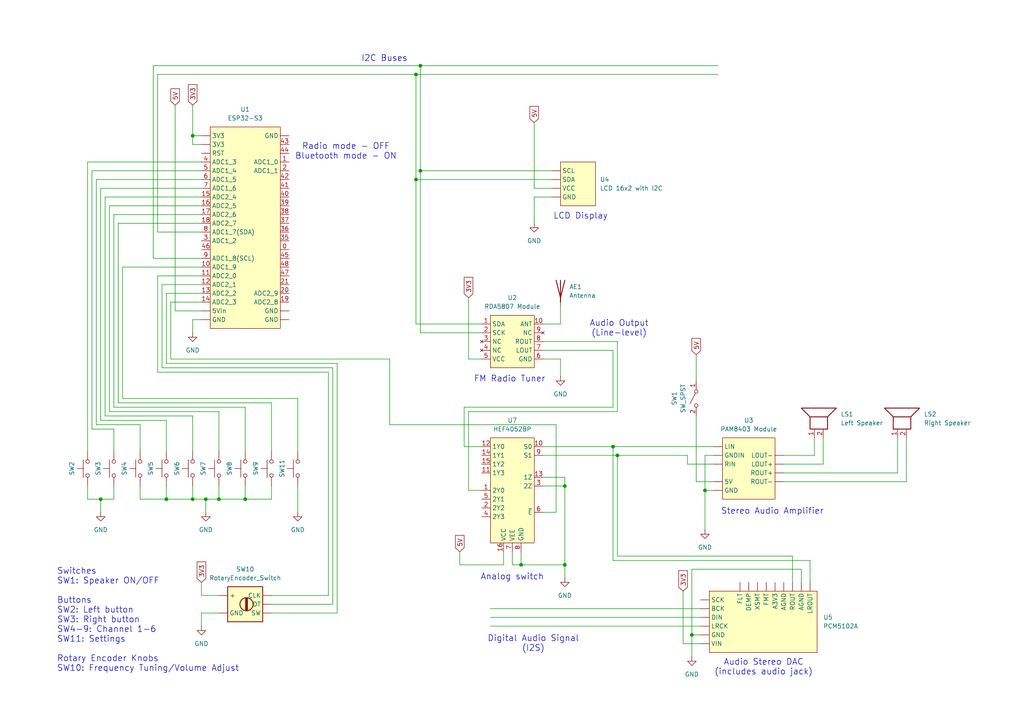
<source format=kicad_sch>
(kicad_sch (version 20231120) (generator "eeschema") (generator_version "8.0")
  (paper "A4")
  (lib_symbols
    (symbol "DIP_symbols:74HC4052"
      (property "Reference" "U" (at 0 0 0))
      (property "Value" "74HC4052" (at 0 0 0))
      (symbol "74HC4052_0_1"
        (rectangle (start -6.35 -1.27) (end 6.35 -31.75) (fill (type background)))
      )
      (symbol "74HC4052_1_1"
        (pin bidirectional line (at -8.89 -16.51 0) (length 2.54) (name "2Y0") (number "1"))
        (pin input line (at 8.89 -3.81 180) (length 2.54) (name "S0") (number "10"))
        (pin bidirectional line (at -8.89 -11.43 0) (length 2.54) (name "1Y3") (number "11"))
        (pin bidirectional line (at -8.89 -3.81 0) (length 2.54) (name "1Y0") (number "12"))
        (pin bidirectional line (at 8.89 -12.7 180) (length 2.54) (name "1Z") (number "13"))
        (pin bidirectional line (at -8.89 -6.35 0) (length 2.54) (name "1Y1") (number "14"))
        (pin bidirectional line (at -8.89 -8.89 0) (length 2.54) (name "1Y2") (number "15"))
        (pin power_in line (at -2.54 -34.29 90) (length 2.54) (name "VCC") (number "16"))
        (pin bidirectional line (at -8.89 -21.59 0) (length 2.54) (name "2Y2") (number "2"))
        (pin bidirectional line (at 8.89 -15.24 180) (length 2.54) (name "2Z") (number "3"))
        (pin bidirectional line (at -8.89 -24.13 0) (length 2.54) (name "2Y3") (number "4"))
        (pin bidirectional line (at -8.89 -19.05 0) (length 2.54) (name "2Y1") (number "5"))
        (pin input line (at 8.89 -22.86 180) (length 2.54) (name "~{E}") (number "6"))
        (pin power_in line (at 0 -34.29 90) (length 2.54) (name "VEE") (number "7"))
        (pin power_in line (at 2.54 -34.29 90) (length 2.54) (name "GND") (number "8"))
        (pin input line (at 8.89 -6.35 180) (length 2.54) (name "S1") (number "9"))
      )
    )
    (symbol "DIP_symbols:ESP32-S3"
      (property "Reference" "U" (at 0 0 0))
      (property "Value" "ESP32-S3" (at 0 0 0))
      (symbol "ESP32-S3_0_1"
        (rectangle (start -10.16 -1.27) (end 10.16 -59.69) (fill (type background)))
      )
      (symbol "ESP32-S3_1_1"
        (pin power_out line (at -12.7 -6.35 0) (length 2.54) (name "3V3") (number ""))
        (pin power_out line (at -12.7 -3.81 0) (length 2.54) (name "3V3") (number ""))
        (pin power_in line (at -12.7 -54.61 0) (length 2.54) (name "5Vin") (number ""))
        (pin power_out line (at -12.7 -57.15 0) (length 2.54) (name "GND") (number ""))
        (pin power_out line (at 12.7 -57.15 180) (length 2.54) (name "GND") (number ""))
        (pin power_out line (at 12.7 -54.61 180) (length 2.54) (name "GND") (number ""))
        (pin power_out line (at 12.7 -3.81 180) (length 2.54) (name "GND") (number ""))
        (pin input line (at -12.7 -8.89 0) (length 2.54) (name "RST") (number ""))
        (pin bidirectional line (at 12.7 -36.83 180) (length 2.54) (name "") (number "0"))
        (pin bidirectional line (at 12.7 -11.43 180) (length 2.54) (name "ADC1_0") (number "1"))
        (pin bidirectional line (at -12.7 -41.91 0) (length 2.54) (name "ADC1_9") (number "10"))
        (pin bidirectional line (at -12.7 -44.45 0) (length 2.54) (name "ADC2_0") (number "11"))
        (pin bidirectional line (at -12.7 -46.99 0) (length 2.54) (name "ADC2_1") (number "12"))
        (pin bidirectional line (at -12.7 -49.53 0) (length 2.54) (name "ADC2_2") (number "13"))
        (pin bidirectional line (at -12.7 -52.07 0) (length 2.54) (name "ADC2_3") (number "14"))
        (pin bidirectional line (at -12.7 -21.59 0) (length 2.54) (name "ADC2_4") (number "15"))
        (pin bidirectional line (at -12.7 -24.13 0) (length 2.54) (name "ADC2_5") (number "16"))
        (pin bidirectional line (at -12.7 -26.67 0) (length 2.54) (name "ADC2_6") (number "17"))
        (pin bidirectional line (at -12.7 -29.21 0) (length 2.54) (name "ADC2_7") (number "18"))
        (pin bidirectional line (at 12.7 -52.07 180) (length 2.54) (name "ADC2_8") (number "19"))
        (pin bidirectional line (at 12.7 -13.97 180) (length 2.54) (name "ADC1_1") (number "2"))
        (pin bidirectional line (at 12.7 -49.53 180) (length 2.54) (name "ADC2_9") (number "20"))
        (pin bidirectional line (at 12.7 -46.99 180) (length 2.54) (name "") (number "21"))
        (pin bidirectional line (at -12.7 -34.29 0) (length 2.54) (name "ADC1_2") (number "3"))
        (pin bidirectional line (at 12.7 -34.29 180) (length 2.54) (name "") (number "35"))
        (pin bidirectional line (at 12.7 -31.75 180) (length 2.54) (name "") (number "36"))
        (pin bidirectional line (at 12.7 -29.21 180) (length 2.54) (name "") (number "37"))
        (pin bidirectional line (at 12.7 -26.67 180) (length 2.54) (name "") (number "38"))
        (pin bidirectional line (at 12.7 -24.13 180) (length 2.54) (name "") (number "39"))
        (pin bidirectional line (at -12.7 -11.43 0) (length 2.54) (name "ADC1_3") (number "4"))
        (pin bidirectional line (at 12.7 -21.59 180) (length 2.54) (name "") (number "40"))
        (pin bidirectional line (at 12.7 -19.05 180) (length 2.54) (name "") (number "41"))
        (pin bidirectional line (at 12.7 -16.51 180) (length 2.54) (name "") (number "42"))
        (pin bidirectional line (at 12.7 -6.35 180) (length 2.54) (name "") (number "43"))
        (pin bidirectional line (at 12.7 -8.89 180) (length 2.54) (name "") (number "44"))
        (pin bidirectional line (at 12.7 -39.37 180) (length 2.54) (name "") (number "45"))
        (pin bidirectional line (at -12.7 -36.83 0) (length 2.54) (name "") (number "46"))
        (pin bidirectional line (at 12.7 -44.45 180) (length 2.54) (name "") (number "47"))
        (pin bidirectional line (at 12.7 -41.91 180) (length 2.54) (name "") (number "48"))
        (pin bidirectional line (at -12.7 -13.97 0) (length 2.54) (name "ADC1_4") (number "5"))
        (pin bidirectional line (at -12.7 -16.51 0) (length 2.54) (name "ADC1_5") (number "6"))
        (pin bidirectional line (at -12.7 -19.05 0) (length 2.54) (name "ADC1_6") (number "7"))
        (pin bidirectional line (at -12.7 -31.75 0) (length 2.54) (name "ADC1_7(SDA)") (number "8"))
        (pin bidirectional line (at -12.7 -39.37 0) (length 2.54) (name "ADC1_8(SCL)") (number "9"))
      )
    )
    (symbol "DIP_symbols:LCD_16x2_with_I2C"
      (property "Reference" "U" (at 0 0 0))
      (property "Value" "LCD 16x2 with I2C" (at 0 0 0))
      (symbol "LCD_16x2_with_I2C_0_1"
        (rectangle (start -5.08 -1.27) (end 5.08 -13.97) (fill (type background)))
      )
      (symbol "LCD_16x2_with_I2C_1_1"
        (pin power_in line (at -7.62 -11.43 0) (length 2.54) (name "GND") (number ""))
        (pin input line (at -7.62 -3.81 0) (length 2.54) (name "SCL") (number ""))
        (pin bidirectional line (at -7.62 -6.35 0) (length 2.54) (name "SDA") (number ""))
        (pin power_in line (at -7.62 -8.89 0) (length 2.54) (name "VCC") (number ""))
      )
    )
    (symbol "DIP_symbols:PAM8403_Module"
      (property "Reference" "U" (at 0 0 0))
      (property "Value" "PAM8403 Module" (at 0 0 0))
      (symbol "PAM8403_Module_0_1"
        (rectangle (start -7.62 -1.27) (end 7.62 -19.05) (fill (type background)))
      )
      (symbol "PAM8403_Module_1_1"
        (pin power_in line (at -10.16 -13.97 0) (length 2.54) (name "5V") (number ""))
        (pin power_in line (at -10.16 -16.51 0) (length 2.54) (name "GND") (number ""))
        (pin input line (at -10.16 -6.35 0) (length 2.54) (name "GNDIN") (number ""))
        (pin input line (at -10.16 -3.81 0) (length 2.54) (name "LIN") (number ""))
        (pin output line (at 10.16 -8.89 180) (length 2.54) (name "LOUT+") (number ""))
        (pin output line (at 10.16 -6.35 180) (length 2.54) (name "LOUT-") (number ""))
        (pin input line (at -10.16 -8.89 0) (length 2.54) (name "RIN") (number ""))
        (pin output line (at 10.16 -11.43 180) (length 2.54) (name "ROUT+") (number ""))
        (pin output line (at 10.16 -13.97 180) (length 2.54) (name "ROUT-") (number ""))
      )
    )
    (symbol "DIP_symbols:PCM5102A" (pin_numbers hide)
      (property "Reference" "U" (at -1.27 3.81 0))
      (property "Value" "PCM5102A" (at -1.27 3.81 0))
      (symbol "PCM5102A_0_1"
        (rectangle (start -14.732 0) (end 16.51 -17.78) (fill (type background)))
      )
      (symbol "PCM5102A_1_1"
        (pin bidirectional line (at -2.54 2.54 270) (length 2.54) (name "A3V3") (number ""))
        (pin bidirectional line (at -10.16 2.54 270) (length 2.54) (name "AGND") (number ""))
        (pin bidirectional line (at -5.08 2.54 270) (length 2.54) (name "AGND") (number ""))
        (pin bidirectional line (at 19.05 -5.08 180) (length 2.54) (name "BCK") (number ""))
        (pin bidirectional line (at 5.08 2.54 270) (length 2.54) (name "DEMP") (number ""))
        (pin bidirectional line (at 19.05 -7.62 180) (length 2.54) (name "DIN") (number ""))
        (pin bidirectional line (at 7.62 2.54 270) (length 2.54) (name "FLT") (number ""))
        (pin bidirectional line (at 0 2.54 270) (length 2.54) (name "FMT") (number ""))
        (pin power_in line (at 19.05 -12.7 180) (length 2.54) (name "GND") (number ""))
        (pin bidirectional line (at 19.05 -10.16 180) (length 2.54) (name "LRCK") (number ""))
        (pin bidirectional line (at -12.7 2.54 270) (length 2.54) (name "LROUT") (number ""))
        (pin bidirectional line (at -7.62 2.54 270) (length 2.54) (name "ROUT") (number ""))
        (pin bidirectional line (at 19.05 -2.54 180) (length 2.54) (name "SCK") (number ""))
        (pin power_in line (at 19.05 -15.24 180) (length 2.54) (name "VIN") (number ""))
        (pin bidirectional line (at 2.54 2.54 270) (length 2.54) (name "XSMT") (number ""))
      )
    )
    (symbol "DIP_symbols:RDA5807_Module"
      (property "Reference" "U" (at 0 0 0))
      (property "Value" "RDA5807 Module" (at 0 0 0))
      (symbol "RDA5807_Module_0_1"
        (rectangle (start -6.35 -1.27) (end 6.35 -16.51) (fill (type background)))
      )
      (symbol "RDA5807_Module_1_1"
        (pin bidirectional line (at -8.89 -3.81 0) (length 2.54) (name "SDA") (number "1"))
        (pin input line (at 8.89 -3.81 180) (length 2.54) (name "ANT") (number "10"))
        (pin bidirectional line (at -8.89 -6.35 0) (length 2.54) (name "SCK") (number "2"))
        (pin no_connect line (at -8.89 -8.89 0) (length 2.54) (name "NC") (number "3"))
        (pin no_connect line (at -8.89 -11.43 0) (length 2.54) (name "NC") (number "4"))
        (pin power_in line (at -8.89 -13.97 0) (length 2.54) (name "VCC") (number "5"))
        (pin power_in line (at 8.89 -13.97 180) (length 2.54) (name "GND") (number "6"))
        (pin output line (at 8.89 -11.43 180) (length 2.54) (name "LOUT") (number "7"))
        (pin output line (at 8.89 -8.89 180) (length 2.54) (name "ROUT") (number "8"))
        (pin no_connect line (at 8.89 -6.35 180) (length 2.54) (name "NC") (number "9"))
      )
    )
    (symbol "DIP_symbols:RotaryEncoder_Switch"
      (property "Reference" "SW" (at 0 -0.254 0))
      (property "Value" "RotaryEncoder_Switch" (at 0 0 0))
      (symbol "RotaryEncoder_Switch_0_1"
        (rectangle (start -5.08 5.08) (end 5.08 -5.08) (stroke (width 0.254)) (fill (type background)))
        (circle (center -0.381 0) (radius 1.905) (stroke (width 0.254)))
        (polyline (pts (xy -0.635 -1.778) (xy -0.635 1.778)) (stroke (width 0.254)))
        (polyline (pts (xy -0.381 -1.778) (xy -0.381 1.778)) (stroke (width 0.254)))
        (polyline (pts (xy -0.127 1.778) (xy -0.127 -1.778)) (stroke (width 0.254)))
      )
      (symbol "RotaryEncoder_Switch_1_1"
        (pin passive line (at 7.62 2.54 180) (length 2.54) (name "+") (number ""))
        (pin passive line (at -7.62 2.54 0) (length 2.54) (name "CLK") (number ""))
        (pin passive line (at -7.62 0 0) (length 2.54) (name "DT") (number ""))
        (pin passive line (at 7.62 -2.54 180) (length 2.54) (name "GND") (number ""))
        (pin passive line (at -7.62 -2.54 0) (length 2.54) (name "SW") (number ""))
      )
    )
    (symbol "Device:Antenna" (pin_numbers hide) (pin_names (offset 1.016) hide)
      (property "Reference" "AE" (at -1.905 1.905 0))
      (property "Value" "Antenna" (at -1.905 0 0))
      (symbol "Antenna_0_1"
        (polyline (pts (xy 0 2.54) (xy 0 -3.81)) (stroke (width 0.254)))
        (polyline (pts (xy 1.27 2.54) (xy 0 -2.54) (xy -1.27 2.54)) (stroke (width 0.254)))
      )
      (symbol "Antenna_1_1"
        (pin input line (at 0 -5.08 90) (length 2.54) (name "A") (number "1"))
      )
    )
    (symbol "Device:Speaker" (pin_names (offset 0) hide)
      (property "Reference" "LS" (at 1.27 5.715 0))
      (property "Value" "Speaker" (at 1.27 3.81 0))
      (symbol "Speaker_0_0"
        (rectangle (start -2.54 1.27) (end 1.016 -3.81) (stroke (width 0.254)))
        (polyline (pts (xy 1.016 1.27) (xy 3.556 3.81) (xy 3.556 -6.35) (xy 1.016 -3.81)) (stroke (width 0.254)))
      )
      (symbol "Speaker_1_1"
        (pin input line (at -5.08 0 0) (length 2.54) (name "1") (number "1"))
        (pin input line (at -5.08 -2.54 0) (length 2.54) (name "2") (number "2"))
      )
    )
    (symbol "Switch:SW_Push" (pin_numbers hide) (pin_names (offset 1.016) hide)
      (property "Reference" "SW" (at 1.27 2.54 0))
      (property "Value" "SW_Push" (at 0 -1.524 0))
      (symbol "SW_Push_0_1"
        (circle (center -2.032 0) (radius 0.508))
        (polyline (pts (xy 0 1.27) (xy 0 3.048)))
        (polyline (pts (xy 2.54 1.27) (xy -2.54 1.27)))
        (circle (center 2.032 0) (radius 0.508))
        (pin passive line (at -5.08 0 0) (length 2.54) (name "1") (number "1"))
        (pin passive line (at 5.08 0 180) (length 2.54) (name "2") (number "2"))
      )
    )
    (symbol "Switch:SW_SPST" (pin_names (offset 0) hide)
      (property "Reference" "SW" (at 0 3.175 0))
      (property "Value" "SW_SPST" (at 0 -2.54 0))
      (symbol "SW_SPST_0_0"
        (circle (center -2.032 0) (radius 0.508))
        (polyline (pts (xy -1.524 0.254) (xy 1.524 1.778)))
        (circle (center 2.032 0) (radius 0.508))
      )
      (symbol "SW_SPST_1_1"
        (pin passive line (at -5.08 0 0) (length 2.54) (name "A") (number "1"))
        (pin passive line (at 5.08 0 180) (length 2.54) (name "B") (number "2"))
      )
    )
    (symbol "power:GND" (power) (pin_numbers hide) (pin_names (offset 0) hide)
      (property "Value" "GND" (at 0 -3.81 0))
      (symbol "GND_0_1"
        (polyline (pts (xy 0 0) (xy 0 -1.27) (xy 1.27 -1.27) (xy 0 -2.54) (xy -1.27 -1.27) (xy 0 -1.27)))
      )
      (symbol "GND_1_1"
        (pin power_in line (at 0 0 270) (length 0) (name "~") (number "1"))
      )
    )
  )
  (junction (at 63.5 144.78))
  (junction (at 55.88 144.78))
  (junction (at 163.83 163.83))
  (junction (at 121.92 49.53))
  (junction (at 121.92 19.05))
  (junction (at 59.69 144.78))
  (junction (at 151.13 163.83))
  (junction (at 200.66 184.15))
  (junction (at 71.12 144.78))
  (junction (at 55.88 39.37))
  (junction (at 163.83 140.97))
  (junction (at 48.26 144.78))
  (junction (at 120.65 52.07))
  (junction (at 179.07 132.08))
  (junction (at 120.65 21.59))
  (junction (at 29.21 144.78))
  (junction (at 204.47 142.24))
  (junction (at 177.8 129.54))
  (wire (pts (xy 97.79 105.41) (xy 97.79 177.8)))
  (wire (pts (xy 204.47 142.24) (xy 204.47 153.67)))
  (wire (pts (xy 227.33 132.08) (xy 236.22 132.08)))
  (wire (pts (xy 203.2 184.15) (xy 200.66 184.15)))
  (wire (pts (xy 63.5 144.78) (xy 71.12 144.78)))
  (wire (pts (xy 86.36 115.57) (xy 86.36 130.81)))
  (wire (pts (xy 121.92 49.53) (xy 160.02 49.53)))
  (wire (pts (xy 63.5 119.38) (xy 63.5 130.81)))
  (wire (pts (xy 55.88 30.48) (xy 55.88 39.37)))
  (wire (pts (xy 161.29 123.19) (xy 161.29 148.59)))
  (wire (pts (xy 71.12 144.78) (xy 78.74 144.78)))
  (wire (pts (xy 55.88 39.37) (xy 58.42 39.37)))
  (wire (pts (xy 25.4 144.78) (xy 29.21 144.78)))
  (wire (pts (xy 135.89 119.38) (xy 135.89 142.24)))
  (wire (pts (xy 121.92 49.53) (xy 121.92 96.52)))
  (wire (pts (xy 201.93 120.65) (xy 201.93 139.7)))
  (wire (pts (xy 179.07 132.08) (xy 179.07 161.29)))
  (wire (pts (xy 157.48 138.43) (xy 163.83 138.43)))
  (wire (pts (xy 177.8 162.56) (xy 234.95 162.56)))
  (wire (pts (xy 33.02 118.11) (xy 71.12 118.11)))
  (wire (pts (xy 48.26 121.92) (xy 48.26 130.81)))
  (wire (pts (xy 207.01 139.7) (xy 201.93 139.7)))
  (wire (pts (xy 40.64 144.78) (xy 40.64 140.97)))
  (wire (pts (xy 201.93 102.87) (xy 201.93 110.49)))
  (wire (pts (xy 120.65 52.07) (xy 120.65 93.98)))
  (wire (pts (xy 58.42 80.01) (xy 45.72 80.01)))
  (wire (pts (xy 120.65 52.07) (xy 160.02 52.07)))
  (wire (pts (xy 157.48 132.08) (xy 179.07 132.08)))
  (wire (pts (xy 34.29 64.77) (xy 58.42 64.77)))
  (wire (pts (xy 113.03 104.14) (xy 113.03 123.19)))
  (wire (pts (xy 59.69 148.59) (xy 59.69 144.78)))
  (wire (pts (xy 25.4 144.78) (xy 25.4 140.97)))
  (wire (pts (xy 200.66 184.15) (xy 200.66 190.5)))
  (wire (pts (xy 31.75 59.69) (xy 58.42 59.69)))
  (wire (pts (xy 33.02 144.78) (xy 33.02 140.97)))
  (wire (pts (xy 204.47 132.08) (xy 204.47 142.24)))
  (wire (pts (xy 236.22 132.08) (xy 236.22 127)))
  (wire (pts (xy 50.8 30.48) (xy 50.8 90.17)))
  (wire (pts (xy 55.88 120.65) (xy 55.88 130.81)))
  (wire (pts (xy 154.94 35.56) (xy 154.94 54.61)))
  (wire (pts (xy 58.42 41.91) (xy 55.88 41.91)))
  (wire (pts (xy 120.65 93.98) (xy 139.7 93.98)))
  (wire (pts (xy 162.56 93.98) (xy 157.48 93.98)))
  (wire (pts (xy 29.21 54.61) (xy 58.42 54.61)))
  (wire (pts (xy 71.12 144.78) (xy 71.12 140.97)))
  (wire (pts (xy 35.56 115.57) (xy 86.36 115.57)))
  (wire (pts (xy 207.01 132.08) (xy 204.47 132.08)))
  (wire (pts (xy 157.48 140.97) (xy 163.83 140.97)))
  (wire (pts (xy 30.48 120.65) (xy 55.88 120.65)))
  (wire (pts (xy 33.02 62.23) (xy 58.42 62.23)))
  (wire (pts (xy 44.45 19.05) (xy 44.45 74.93)))
  (wire (pts (xy 146.05 160.02) (xy 146.05 163.83)))
  (wire (pts (xy 151.13 163.83) (xy 151.13 160.02)))
  (wire (pts (xy 238.76 134.62) (xy 238.76 127)))
  (wire (pts (xy 55.88 144.78) (xy 55.88 140.97)))
  (wire (pts (xy 157.48 101.6) (xy 177.8 101.6)))
  (wire (pts (xy 59.69 144.78) (xy 63.5 144.78)))
  (wire (pts (xy 163.83 138.43) (xy 163.83 140.97)))
  (wire (pts (xy 133.35 163.83) (xy 133.35 160.02)))
  (wire (pts (xy 63.5 177.8) (xy 58.42 177.8)))
  (wire (pts (xy 142.24 179.07) (xy 203.2 179.07)))
  (wire (pts (xy 48.26 144.78) (xy 55.88 144.78)))
  (wire (pts (xy 120.65 21.59) (xy 208.28 21.59)))
  (wire (pts (xy 34.29 64.77) (xy 34.29 116.84)))
  (wire (pts (xy 232.41 165.1) (xy 200.66 165.1)))
  (wire (pts (xy 45.72 80.01) (xy 45.72 107.95)))
  (wire (pts (xy 162.56 104.14) (xy 162.56 109.22)))
  (wire (pts (xy 29.21 148.59) (xy 29.21 144.78)))
  (wire (pts (xy 179.07 132.08) (xy 199.39 132.08)))
  (wire (pts (xy 227.33 139.7) (xy 262.89 139.7)))
  (wire (pts (xy 177.8 162.56) (xy 177.8 129.54)))
  (wire (pts (xy 46.99 106.68) (xy 96.52 106.68)))
  (wire (pts (xy 262.89 139.7) (xy 262.89 127)))
  (wire (pts (xy 58.42 177.8) (xy 58.42 181.61)))
  (wire (pts (xy 44.45 74.93) (xy 58.42 74.93)))
  (wire (pts (xy 179.07 99.06) (xy 179.07 119.38)))
  (wire (pts (xy 40.64 144.78) (xy 48.26 144.78)))
  (wire (pts (xy 134.62 118.11) (xy 134.62 129.54)))
  (wire (pts (xy 58.42 82.55) (xy 46.99 82.55)))
  (wire (pts (xy 229.87 161.29) (xy 229.87 168.91)))
  (wire (pts (xy 179.07 161.29) (xy 229.87 161.29)))
  (wire (pts (xy 49.53 87.63) (xy 49.53 104.14)))
  (wire (pts (xy 45.72 67.31) (xy 58.42 67.31)))
  (wire (pts (xy 29.21 54.61) (xy 29.21 121.92)))
  (wire (pts (xy 157.48 99.06) (xy 179.07 99.06)))
  (wire (pts (xy 26.67 49.53) (xy 58.42 49.53)))
  (wire (pts (xy 177.8 118.11) (xy 134.62 118.11)))
  (wire (pts (xy 227.33 137.16) (xy 260.35 137.16)))
  (wire (pts (xy 44.45 19.05) (xy 121.92 19.05)))
  (wire (pts (xy 177.8 129.54) (xy 207.01 129.54)))
  (wire (pts (xy 63.5 172.72) (xy 58.42 172.72)))
  (wire (pts (xy 200.66 165.1) (xy 200.66 184.15)))
  (wire (pts (xy 33.02 62.23) (xy 33.02 118.11)))
  (wire (pts (xy 139.7 104.14) (xy 135.89 104.14)))
  (wire (pts (xy 86.36 140.97) (xy 86.36 148.59)))
  (wire (pts (xy 134.62 129.54) (xy 139.7 129.54)))
  (wire (pts (xy 48.26 105.41) (xy 97.79 105.41)))
  (wire (pts (xy 151.13 163.83) (xy 148.59 163.83)))
  (wire (pts (xy 46.99 82.55) (xy 46.99 106.68)))
  (wire (pts (xy 227.33 134.62) (xy 238.76 134.62)))
  (wire (pts (xy 40.64 123.19) (xy 40.64 130.81)))
  (wire (pts (xy 160.02 54.61) (xy 154.94 54.61)))
  (wire (pts (xy 163.83 140.97) (xy 163.83 163.83)))
  (wire (pts (xy 179.07 119.38) (xy 135.89 119.38)))
  (wire (pts (xy 48.26 144.78) (xy 48.26 140.97)))
  (wire (pts (xy 78.74 177.8) (xy 97.79 177.8)))
  (wire (pts (xy 160.02 57.15) (xy 154.94 57.15)))
  (wire (pts (xy 25.4 46.99) (xy 58.42 46.99)))
  (wire (pts (xy 55.88 92.71) (xy 58.42 92.71)))
  (wire (pts (xy 157.48 129.54) (xy 177.8 129.54)))
  (wire (pts (xy 33.02 124.46) (xy 33.02 130.81)))
  (wire (pts (xy 45.72 107.95) (xy 95.25 107.95)))
  (wire (pts (xy 27.94 52.07) (xy 27.94 123.19)))
  (wire (pts (xy 35.56 77.47) (xy 35.56 115.57)))
  (wire (pts (xy 199.39 132.08) (xy 199.39 134.62)))
  (wire (pts (xy 135.89 86.36) (xy 135.89 104.14)))
  (wire (pts (xy 26.67 124.46) (xy 33.02 124.46)))
  (wire (pts (xy 27.94 123.19) (xy 40.64 123.19)))
  (wire (pts (xy 135.89 142.24) (xy 139.7 142.24)))
  (wire (pts (xy 55.88 39.37) (xy 55.88 41.91)))
  (wire (pts (xy 163.83 163.83) (xy 151.13 163.83)))
  (wire (pts (xy 78.74 116.84) (xy 78.74 130.81)))
  (wire (pts (xy 148.59 160.02) (xy 148.59 163.83)))
  (wire (pts (xy 121.92 19.05) (xy 208.28 19.05)))
  (wire (pts (xy 121.92 19.05) (xy 121.92 49.53)))
  (wire (pts (xy 142.24 176.53) (xy 203.2 176.53)))
  (wire (pts (xy 260.35 137.16) (xy 260.35 127)))
  (wire (pts (xy 30.48 57.15) (xy 30.48 120.65)))
  (wire (pts (xy 142.24 181.61) (xy 203.2 181.61)))
  (wire (pts (xy 29.21 121.92) (xy 48.26 121.92)))
  (wire (pts (xy 26.67 49.53) (xy 26.67 124.46)))
  (wire (pts (xy 29.21 144.78) (xy 33.02 144.78)))
  (wire (pts (xy 58.42 172.72) (xy 58.42 168.91)))
  (wire (pts (xy 154.94 57.15) (xy 154.94 64.77)))
  (wire (pts (xy 27.94 52.07) (xy 58.42 52.07)))
  (wire (pts (xy 162.56 88.9) (xy 162.56 93.98)))
  (wire (pts (xy 45.72 21.59) (xy 45.72 67.31)))
  (wire (pts (xy 71.12 118.11) (xy 71.12 130.81)))
  (wire (pts (xy 55.88 144.78) (xy 59.69 144.78)))
  (wire (pts (xy 58.42 90.17) (xy 50.8 90.17)))
  (wire (pts (xy 55.88 92.71) (xy 55.88 96.52)))
  (wire (pts (xy 96.52 106.68) (xy 96.52 175.26)))
  (wire (pts (xy 58.42 85.09) (xy 48.26 85.09)))
  (wire (pts (xy 204.47 142.24) (xy 207.01 142.24)))
  (wire (pts (xy 146.05 163.83) (xy 133.35 163.83)))
  (wire (pts (xy 78.74 172.72) (xy 95.25 172.72)))
  (wire (pts (xy 49.53 104.14) (xy 113.03 104.14)))
  (wire (pts (xy 78.74 116.84) (xy 34.29 116.84)))
  (wire (pts (xy 199.39 134.62) (xy 207.01 134.62)))
  (wire (pts (xy 45.72 21.59) (xy 120.65 21.59)))
  (wire (pts (xy 234.95 162.56) (xy 234.95 168.91)))
  (wire (pts (xy 31.75 59.69) (xy 31.75 119.38)))
  (wire (pts (xy 232.41 168.91) (xy 232.41 165.1)))
  (wire (pts (xy 121.92 96.52) (xy 139.7 96.52)))
  (wire (pts (xy 198.12 186.69) (xy 203.2 186.69)))
  (wire (pts (xy 30.48 57.15) (xy 58.42 57.15)))
  (wire (pts (xy 25.4 46.99) (xy 25.4 130.81)))
  (wire (pts (xy 35.56 77.47) (xy 58.42 77.47)))
  (wire (pts (xy 95.25 107.95) (xy 95.25 172.72)))
  (wire (pts (xy 177.8 101.6) (xy 177.8 118.11)))
  (wire (pts (xy 63.5 144.78) (xy 63.5 140.97)))
  (wire (pts (xy 58.42 87.63) (xy 49.53 87.63)))
  (wire (pts (xy 78.74 144.78) (xy 78.74 140.97)))
  (wire (pts (xy 198.12 171.45) (xy 198.12 186.69)))
  (wire (pts (xy 78.74 175.26) (xy 96.52 175.26)))
  (wire (pts (xy 113.03 123.19) (xy 161.29 123.19)))
  (wire (pts (xy 120.65 21.59) (xy 120.65 52.07)))
  (wire (pts (xy 31.75 119.38) (xy 63.5 119.38)))
  (wire (pts (xy 163.83 163.83) (xy 163.83 167.64)))
  (wire (pts (xy 48.26 85.09) (xy 48.26 105.41)))
  (wire (pts (xy 157.48 104.14) (xy 162.56 104.14)))
  (wire (pts (xy 161.29 148.59) (xy 157.48 148.59)))
  (text "Stereo Audio Amplifier" (at 224.028 148.336 0) (effects (font (size 1.75 1.75))))
  (text "Audio Output\n(Line-level)" (at 179.578 95.25 0) (effects (font (size 1.75 1.75))))
  (text "Switches\nSW1: Speaker ON/OFF\n\nButtons\nSW2: Left button\nSW3: Right button\nSW4-9: Channel 1-6\nSW11: Settings\n\nRotary Encoder Knobs\nSW10: Frequency Tuning/Volume Adjust" (at 16.51 179.832 0) (effects (font (size 1.75 1.75)) (justify left)))
  (text "Digital Audio Signal\n(I2S)" (at 154.686 186.69 0) (effects (font (size 1.75 1.75))))
  (text "Audio Stereo DAC\n(includes audio jack)" (at 221.488 193.548 0) (effects (font (size 1.75 1.75))))
  (text "Radio mode - OFF\nBluetooth mode - ON" (at 100.33 43.942 0) (effects (font (size 1.75 1.75))))
  (text "I2C Buses" (at 111.506 17.018 0) (effects (font (size 1.75 1.75))))
  (text "Analog switch" (at 148.59 167.386 0) (effects (font (size 1.75 1.75))))
  (text "FM Radio Tuner" (at 147.828 109.982 0) (effects (font (size 1.75 1.75))))
  (text "LCD Display" (at 168.402 62.738 0) (effects (font (size 1.75 1.75))))
  (global_label "3V3" (shape input) (at 55.88 30.48 90) (property "Intersheetrefs" "${INTERSHEET_REFS}" (effects (hide yes))))
  (global_label "5V" (shape input) (at 133.35 160.02 90) (property "Intersheetrefs" "${INTERSHEET_REFS}" (effects (hide yes))))
  (global_label "5V" (shape input) (at 201.93 102.87 90) (property "Intersheetrefs" "${INTERSHEET_REFS}" (effects (hide yes))))
  (global_label "3V3" (shape input) (at 198.12 171.45 90) (property "Intersheetrefs" "${INTERSHEET_REFS}" (effects (hide yes))))
  (global_label "5V" (shape input) (at 50.8 30.48 90) (property "Intersheetrefs" "${INTERSHEET_REFS}" (effects (hide yes))))
  (global_label "3V3" (shape input) (at 58.42 168.91 90) (property "Intersheetrefs" "${INTERSHEET_REFS}" (effects (hide yes))))
  (global_label "3V3" (shape input) (at 135.89 86.36 90) (property "Intersheetrefs" "${INTERSHEET_REFS}" (effects (hide yes))))
  (global_label "5V" (shape input) (at 154.94 35.56 90) (property "Intersheetrefs" "${INTERSHEET_REFS}" (effects (hide yes))))
  (symbol (lib_id "Switch:SW_Push") (at 71.12 135.89 90) (mirror x) (unit 1)
    (property "Reference" "SW8" (at 66.548 135.89 0))
    (property "Value" "Button" (effects (hide yes)))
    (property "Description" "Push button switch, generic, two pins" (effects (hide yes)))
  )
  (symbol (lib_id "power:GND") (at 204.47 153.67 0) (unit 1)
    (property "Reference" "#PWR05" (effects (hide yes)))
    (property "Value" "GND" (at 204.47 158.75 0))
    (property "Description" "Power symbol creates a global label with name \"GND\" , ground" (effects (hide yes)))
  )
  (symbol (lib_id "DIP_symbols:PCM5102A") (at 222.25 171.45 0) (mirror y) (unit 1)
    (property "Reference" "U5" (at 238.76 179.0699 0) (effects (justify right)))
    (property "Value" "PCM5102A" (at 238.76 181.6099 0) (effects (justify right)))
  )
  (symbol (lib_id "DIP_symbols:RotaryEncoder_Switch") (at 71.12 175.26 0) (mirror y) (unit 1)
    (property "Reference" "SW10" (at 71.12 165.1 0))
    (property "Value" "RotaryEncoder_Switch" (at 71.12 167.64 0))
  )
  (symbol (lib_id "power:GND") (at 162.56 109.22 0) (unit 1)
    (property "Reference" "#PWR04" (effects (hide yes)))
    (property "Value" "GND" (at 162.56 114.3 0))
    (property "Description" "Power symbol creates a global label with name \"GND\" , ground" (effects (hide yes)))
  )
  (symbol (lib_id "Device:Speaker") (at 260.35 121.92 90) (unit 1)
    (property "Reference" "LS2" (at 267.97 120.1419 90) (effects (justify right)))
    (property "Value" "Right Speaker" (at 267.97 122.6819 90) (effects (justify right)))
    (property "Description" "Speaker" (effects (hide yes)))
  )
  (symbol (lib_id "Switch:SW_Push") (at 78.74 135.89 90) (mirror x) (unit 1)
    (property "Reference" "SW9" (at 74.168 135.89 0))
    (property "Value" "Button" (effects (hide yes)))
    (property "Description" "Push button switch, generic, two pins" (effects (hide yes)))
  )
  (symbol (lib_id "DIP_symbols:LCD_16x2_with_I2C") (at 167.64 45.72 0) (unit 1)
    (property "Reference" "U4" (at 173.99 52.0699 0) (effects (justify left)))
    (property "Value" "LCD 16x2 with I2C" (at 173.99 54.6099 0) (effects (justify left)))
  )
  (symbol (lib_id "DIP_symbols:PAM8403_Module") (at 217.17 125.73 0) (unit 1)
    (property "Reference" "U3" (at 217.17 121.92 0))
    (property "Value" "PAM8403 Module" (at 217.17 124.46 0))
  )
  (symbol (lib_id "Device:Speaker") (at 236.22 121.92 90) (unit 1)
    (property "Reference" "LS1" (at 243.84 120.1419 90) (effects (justify right)))
    (property "Value" "Left Speaker" (at 243.84 122.6819 90) (effects (justify right)))
    (property "Description" "Speaker" (effects (hide yes)))
  )
  (symbol (lib_id "DIP_symbols:RDA5807_Module") (at 148.59 90.17 0) (unit 1)
    (property "Reference" "U2" (at 148.59 86.36 0))
    (property "Value" "RDA5807 Module" (at 148.59 88.9 0))
  )
  (symbol (lib_id "Switch:SW_Push") (at 48.26 135.89 90) (mirror x) (unit 1)
    (property "Reference" "SW5" (at 43.688 135.89 0))
    (property "Value" "Button" (effects (hide yes)))
    (property "Description" "Push button switch, generic, two pins" (effects (hide yes)))
  )
  (symbol (lib_id "Switch:SW_Push") (at 40.64 135.89 90) (mirror x) (unit 1)
    (property "Reference" "SW4" (at 36.068 135.89 0))
    (property "Value" "Button" (effects (hide yes)))
    (property "Description" "Push button switch, generic, two pins" (effects (hide yes)))
  )
  (symbol (lib_id "DIP_symbols:ESP32-S3") (at 71.12 35.56 0) (unit 1)
    (property "Reference" "U1" (at 71.12 31.75 0))
    (property "Value" "ESP32-S3" (at 71.12 34.29 0))
  )
  (symbol (lib_id "power:GND") (at 29.21 148.59 0) (unit 1)
    (property "Reference" "#PWR08" (effects (hide yes)))
    (property "Value" "GND" (at 29.21 153.67 0))
    (property "Description" "Power symbol creates a global label with name \"GND\" , ground" (effects (hide yes)))
  )
  (symbol (lib_id "power:GND") (at 163.83 167.64 0) (unit 1)
    (property "Reference" "#PWR06" (effects (hide yes)))
    (property "Value" "GND" (at 163.83 172.72 0))
    (property "Description" "Power symbol creates a global label with name \"GND\" , ground" (effects (hide yes)))
  )
  (symbol (lib_id "power:GND") (at 59.69 148.59 0) (unit 1)
    (property "Reference" "#PWR07" (effects (hide yes)))
    (property "Value" "GND" (at 59.69 153.67 0))
    (property "Description" "Power symbol creates a global label with name \"GND\" , ground" (effects (hide yes)))
  )
  (symbol (lib_id "Switch:SW_Push") (at 63.5 135.89 90) (mirror x) (unit 1)
    (property "Reference" "SW7" (at 58.928 135.89 0))
    (property "Value" "Button" (effects (hide yes)))
    (property "Description" "Push button switch, generic, two pins" (effects (hide yes)))
  )
  (symbol (lib_id "power:GND") (at 86.36 148.59 0) (unit 1)
    (property "Reference" "#PWR010" (effects (hide yes)))
    (property "Value" "GND" (at 86.36 153.67 0))
    (property "Description" "Power symbol creates a global label with name \"GND\" , ground" (effects (hide yes)))
  )
  (symbol (lib_id "Device:Antenna") (at 162.56 83.82 0) (unit 1)
    (property "Reference" "AE1" (at 165.1 83.1849 0) (effects (justify left)))
    (property "Value" "Antenna" (at 165.1 85.7249 0) (effects (justify left)))
    (property "Description" "Antenna" (effects (hide yes)))
  )
  (symbol (lib_id "Switch:SW_Push") (at 33.02 135.89 90) (mirror x) (unit 1)
    (property "Reference" "SW3" (at 28.448 135.89 0))
    (property "Value" "Button" (effects (hide yes)))
    (property "Description" "Push button switch, generic, two pins" (effects (hide yes)))
  )
  (symbol (lib_id "Switch:SW_Push") (at 55.88 135.89 90) (mirror x) (unit 1)
    (property "Reference" "SW6" (at 51.308 135.89 0))
    (property "Value" "Button" (effects (hide yes)))
    (property "Description" "Push button switch, generic, two pins" (effects (hide yes)))
  )
  (symbol (lib_id "power:GND") (at 58.42 181.61 0) (mirror y) (unit 1)
    (property "Reference" "#PWR09" (effects (hide yes)))
    (property "Value" "GND" (at 58.42 186.69 0))
    (property "Description" "Power symbol creates a global label with name \"GND\" , ground" (effects (hide yes)))
  )
  (symbol (lib_id "DIP_symbols:74HC4052") (at 148.59 125.73 0) (unit 1)
    (property "Reference" "U7" (at 148.59 121.92 0))
    (property "Value" "HEF4052BP" (at 148.59 124.46 0))
  )
  (symbol (lib_id "Switch:SW_Push") (at 25.4 135.89 90) (mirror x) (unit 1)
    (property "Reference" "SW2" (at 20.828 135.89 0))
    (property "Value" "Button" (effects (hide yes)))
    (property "Description" "Push button switch, generic, two pins" (effects (hide yes)))
  )
  (symbol (lib_id "Switch:SW_Push") (at 86.36 135.89 90) (mirror x) (unit 1)
    (property "Reference" "SW11" (at 81.788 135.89 0))
    (property "Value" "Button" (effects (hide yes)))
    (property "Description" "Push button switch, generic, two pins" (effects (hide yes)))
  )
  (symbol (lib_id "power:GND") (at 154.94 64.77 0) (unit 1)
    (property "Reference" "#PWR03" (effects (hide yes)))
    (property "Value" "GND" (at 154.94 69.85 0))
    (property "Description" "Power symbol creates a global label with name \"GND\" , ground" (effects (hide yes)))
  )
  (symbol (lib_id "power:GND") (at 200.66 190.5 0) (mirror y) (unit 1)
    (property "Reference" "#PWR02" (effects (hide yes)))
    (property "Value" "GND" (at 200.66 195.58 0))
    (property "Description" "Power symbol creates a global label with name \"GND\" , ground" (effects (hide yes)))
  )
  (symbol (lib_id "power:GND") (at 55.88 96.52 0) (unit 1)
    (property "Reference" "#PWR01" (effects (hide yes)))
    (property "Value" "GND" (at 55.88 101.6 0))
    (property "Description" "Power symbol creates a global label with name \"GND\" , ground" (effects (hide yes)))
  )
  (symbol (lib_id "Switch:SW_SPST") (at 201.93 115.57 90) (mirror x) (unit 1)
    (property "Reference" "SW1" (at 195.58 115.57 0))
    (property "Value" "SW_SPST" (at 198.12 115.57 0))
    (property "Description" "Single Pole Single Throw (SPST) switch" (effects (hide yes)))
  )
)
</source>
